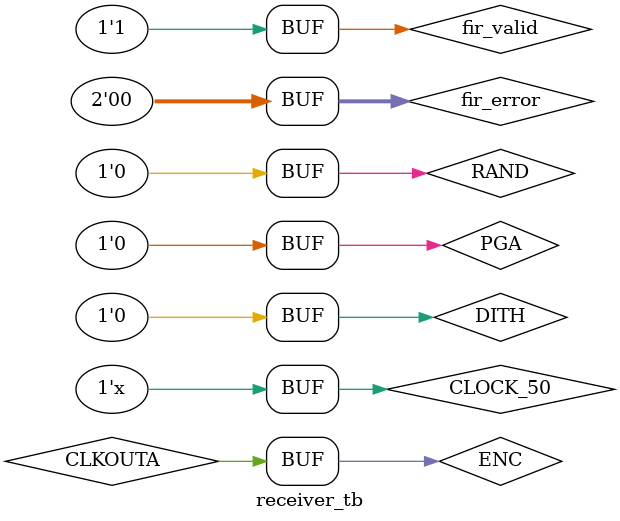
<source format=v>

`timescale 1ns/10ps


module receiver_tb();

	reg CLOCK_50;
	wire CLKOUTA;
	reg [15:0] DA;
	wire	PGA;
	wire	DITH;
	wire	RAND;
	wire	ENC;
	wire [7:0] LED;
	wire [2:1] TX;



	wire fir_valid;
	wire [1:0] fir_error;

	assign	PGA = 0;
	assign	DITH = 0;
	assign	RAND = 0;
	assign	fir_valid = 1'd1;
	assign	fir_error = 2'd0;




	assign CLKOUTA = ENC;


	wire reset_n;
	reset_state rst1
	(
		.clock(CLKOUTA),
		.reset_n(reset_n)
	);

	pll_board pll1
	(
		.inclk0(CLOCK_50),
		.c0(ENC)
	);


	wire pll_uart_out;
	pll_uart pll2
	(
		.inclk0(CLOCK_50),
		.c0(pll_uart_out)
	);

	wire signed [19:0] sine2;
	wire signed [19:0] siness2;
	wire signed [19:0] sinesss2;
	cordic cx1
	(
	.clock(CLKOUTA), //130MHz
	.phase_inc(32'd48235787), //14.6 MHz, fir first non decimating
	.re(sinesss2),
	.im()
	);


	cordic cx
	(
	.clock(CLKOUTA), //130MHz
	.phase_inc(32'd28235787), //14.6 MHz, fir first non decimating
	.re(siness2),
	.im()
	);

	assign sine2 = siness2*sinesss2;


	wire signed [21:0] fir_first_data_out;
	wire fir_first_valid_out;
	wire [1:0] fir_first_error_out;
	fir_first f1
	(
		.clk              (CLKOUTA),
		.reset_n          (reset_n),
		.ast_sink_data    (sine2[19:4]),
		.ast_sink_valid   (fir_valid),
		.ast_sink_error   (fir_error),
		.ast_source_data  (fir_first_data_out),
		.ast_source_valid (fir_first_valid_out),
		.ast_source_error (fir_first_error_out)
	);



	wire signed [19:0] sine;
	cordic c1
	(
	.clock(fir_first_valid_out), //2MHz
	.phase_inc(32'd483183821),
	.re(sine),
	.im()
	);

	reg signed [21:0] reg_mult;
	always @(posedge fir_first_valid_out)
	begin
		reg_mult <= fir_first_data_out * sine;
	end

/*
	wire signed [31:0] fir_second_data_out;
	wire fir_second_valid_out;
	wire [1:0] fir_second_error_out;
	fir_second f2
	(
		.clk              (fir_first_valid_out),
		.reset_n          (reset_n),
		.ast_sink_data    (reg_mult),
		.ast_sink_valid   (fir_valid),
		.ast_sink_error   (fir_error),
		.ast_source_data  (fir_second_data_out),
		.ast_source_valid (fir_second_valid_out),
		.ast_source_error (fir_second_error_out)
	);



	wire uart_done;
	uart u1
	(
		.clock(pll_uart_out),
		.reset_n(reset_n),
		.send(fir_second_valid_out),
		.done(uart_done),
		.data(fir_second_data_out[15:8]),
		.tx(TX[2])
	);


*/

	


initial
begin

	CLOCK_50=0;
	DA=0;

end



parameter clk_perios_ns = 20;


always
begin
#(clk_perios_ns/2);
CLOCK_50=~CLOCK_50;

end


always @(posedge CLKOUTA)
begin
	DA = $random;
end


endmodule

</source>
